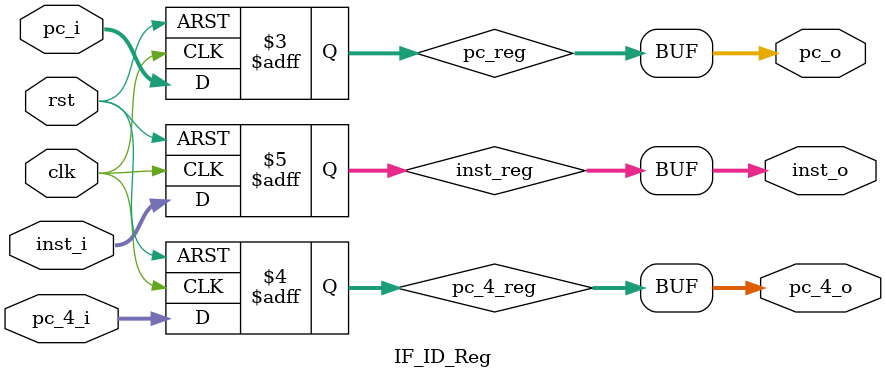
<source format=v>
module IF_ID_Reg (
    input wire clk,
    input wire rst,
    input wire [31:0] pc_i,
    input wire [31:0] pc_4_i,
    input wire [31:0] inst_i,
    output wire [31:0] pc_o,
    output wire [31:0] pc_4_o,
    output wire [31:0] inst_o
);
    // TODO:
    // Besides the IF/ID stage register provided in the template file,
    // you will also need to create other stage registers such as ID/EX, EX/MEM, MEM/WB, etc.

    // Hint:
    // There are two approaches to implement the stage registers:
    // 1. Use a generic Pipeline Register module to instantiate the registers for each stage,
    //    where each Pipeline Register handles only one type of data. This approach is modular,
    //    making it easy to modify later.
    // 2. Directly specialize the Pipeline Register into distinct modules for each stage,
    //    which makes the design more intuitive and easier to understand.
    // Choose the design approach that best suits your needs.
    reg [31:0]pc_reg;
    reg [31:0]pc_4_reg;
    reg [31:0]inst_reg;
    always @ (posedge clk,negedge rst ) begin
        if(~rst) begin
            pc_reg <= 0;
            pc_4_reg <= 0;
            inst_reg <= 0;
        end else begin
            pc_reg <= pc_i;
            pc_4_reg <= pc_4_i;
            inst_reg <= inst_i;
        end
    end
    assign pc_o = pc_reg;
    assign pc_4_o = pc_4_reg;
    assign inst_o = inst_reg;


endmodule



</source>
